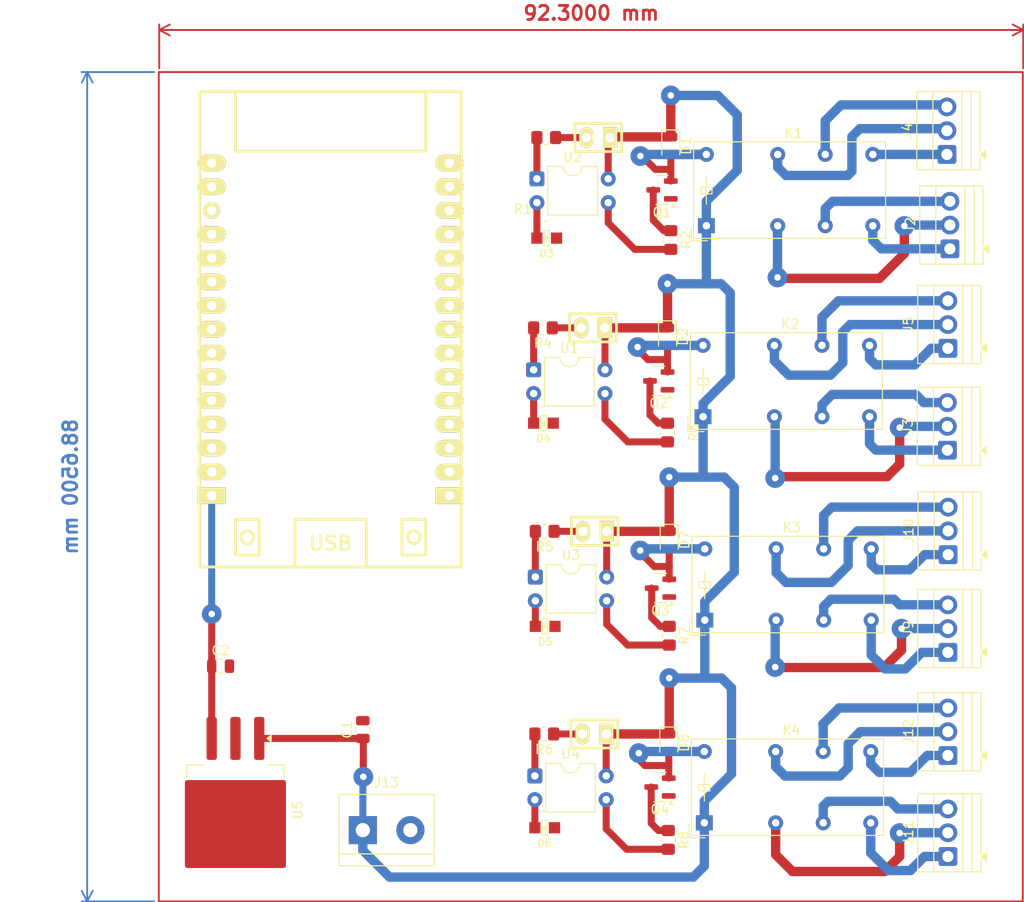
<source format=kicad_pcb>
(kicad_pcb (version 20241229) (generator "pcbnew") (generator_version "9.0")
  (layers (0 "F.Cu" signal) (2 "B.Cu" signal) (13 "F.Paste" user) (15 "B.Paste" user) (5 "F.SilkS" user "F.Silkscreen") (7 "B.SilkS" user "B.Silkscreen") (1 "F.Mask" user) (3 "B.Mask" user) (25 "Edge.Cuts" user))
  (net 0 "")
  (net 1 "+12V")
  (net 2 "Net-(D1-A)")
  (net 3 "Net-(D2-A)")
  (net 4 "Net-(D3-A)")
  (net 5 "Net-(D4-A)")
  (net 6 "+5V")
  (net 7 "J2-NC")
  (net 8 "J2-COM")
  (net 9 "J2-NO")
  (net 10 "J3-NO")
  (net 11 "J3-COM")
  (net 12 "J3-NC")
  (net 13 "J4-COM")
  (net 14 "J4-NO")
  (net 15 "J4-NC")
  (net 16 "J5-NO")
  (net 17 "J5-NC")
  (net 18 "J5-COM")
  (net 19 "GND")
  (net 20 "Net-(Q1-B)")
  (net 21 "Net-(Q2-B)")
  (net 22 "Net-(R1-Pad2)")
  (net 23 "Net-(R2-Pad2)")
  (net 24 "Net-(R3-Pad2)")
  (net 25 "Net-(R4-Pad2)")
  (net 26 "Net-(D5-A)")
  (net 27 "Net-(D6-A)")
  (net 28 "Net-(D7-A)")
  (net 29 "Net-(D8-A)")
  (net 30 "J9-NO")
  (net 31 "J9-COM")
  (net 32 "J9-NC")
  (net 33 "J10-COM")
  (net 34 "J10-NO")
  (net 35 "J10-NC")
  (net 36 "J11-NO")
  (net 37 "J11-NC")
  (net 38 "J11-COM")
  (net 39 "J12-COM")
  (net 40 "J12-NO")
  (net 41 "J12-NC")
  (net 42 "Net-(Q3-B)")
  (net 43 "Net-(Q4-B)")
  (net 44 "Net-(R5-Pad2)")
  (net 45 "Net-(R6-Pad2)")
  (net 46 "Net-(R7-Pad2)")
  (net 47 "Net-(R8-Pad2)")
  (net 48 "DatIN1")
  (net 68 "DatIN3")
  (net 69 "DatIN2")
  (net 70 "DatIN4")
  (footprint "Relay_THT:Relay_DPDT_Finder_30.22" (layer "F.Cu") (at 133.1325 124.4475)
    (property "Reference" "K4")
    (property "Value" "~")
  )
  (footprint "Diode_SMD:D_0805_2012Metric" (layer "F.Cu") (at 129.3825 94.23 -90)
    (property "Reference" "D7")
    (property "Value" "~")
  )
  (footprint "TerminalBlock:TerminalBlock_Xinya_XY308-2.54-3P_1x03_P2.54mm_Horizontal" (layer "F.Cu") (at 159.1825 95.785 90)
    (property "Reference" "J10")
    (property "Value" "~")
  )
  (footprint "Resistor_SMD:R_0805_2012Metric_Pad1.20x1.40mm_HandSolder" (layer "F.Cu") (at 116.0775 93.2925 180)
    (property "Reference" "R5")
    (property "Value" "1K")
  )
  (footprint "EESTN5:Jumper" (layer "F.Cu") (at 121.245 71.541667 180)
    (property "Reference" "J6" (hide yes))
    (property "Value" "~" (hide yes))
  )
  (footprint "TerminalBlock:TerminalBlock_Xinya_XY308-2.54-3P_1x03_P2.54mm_Horizontal" (layer "F.Cu") (at 159.15 73.73 90)
    (property "Reference" "J5")
    (property "Value" "~")
  )
  (footprint "Package_DIP:DIP-4_W7.62mm" (layer "F.Cu") (at 115.0775 98.174167)
    (property "Reference" "U3")
    (property "Value" "817C")
  )
  (footprint "Relay_THT:Relay_DPDT_Finder_30.22" (layer "F.Cu") (at 133 81.036667)
    (property "Reference" "K2")
    (property "Value" "~")
  )
  (footprint "EESTN5:Led_0805" (layer "F.Cu") (at 116.29402 61.95 180)
    (property "Reference" "D3")
    (property "Value" "~")
  )
  (footprint "Package_TO_SOT_SMD:SOT-23" (layer "F.Cu") (at 128.2625 77.211667 180)
    (property "Reference" "Q2")
    (property "Value" "~")
  )
  (footprint "TerminalBlock:TerminalBlock_Xinya_XY308-2.54-3P_1x03_P2.54mm_Horizontal" (layer "F.Cu") (at 159.05 53.005 90)
    (property "Reference" "J4")
    (property "Value" "~")
  )
  (footprint "Resistor_SMD:R_0805_2012Metric_Pad1.20x1.40mm_HandSolder" (layer "F.Cu") (at 115.895 71.541667 180)
    (property "Reference" "R4")
    (property "Value" "1K")
  )
  (footprint "TerminalBlock:TerminalBlock_Xinya_XY308-2.54-3P_1x03_P2.54mm_Horizontal" (layer "F.Cu") (at 159.1 84.61 90)
    (property "Reference" "J3")
    (property "Value" "~")
  )
  (footprint "EESTN5:Led_0805" (layer "F.Cu") (at 116.12652 103.449167 180)
    (property "Reference" "D5")
    (property "Value" "~")
  )
  (footprint "Package_TO_SOT_SMD:SOT-23" (layer "F.Cu") (at 128.445 99.361667 180)
    (property "Reference" "Q3")
    (property "Value" "~")
  )
  (footprint "TerminalBlock:TerminalBlock_Xinya_XY308-2.54-3P_1x03_P2.54mm_Horizontal" (layer "F.Cu") (at 159.3675 63.095 90)
    (property "Reference" "J2")
    (property "Value" "~")
  )
  (footprint "Diode_SMD:D_0805_2012Metric" (layer "F.Cu") (at 129.2 72.479167 -90)
    (property "Reference" "D2")
    (property "Value" "~")
  )
  (footprint "EESTN5:Jumper" (layer "F.Cu") (at 121.4275 93.2925 180)
    (property "Reference" "J7" (hide yes))
    (property "Value" "~" (hide yes))
  )
  (footprint "Resistor_SMD:R_0805_2012Metric_Pad1.20x1.40mm_HandSolder" (layer "F.Cu") (at 116.245 51.2 180)
    (property "Reference" "R1")
    (property "Value" "1K")
  )
  (footprint "Resistor_SMD:R_0805_2012Metric_Pad1.20x1.40mm_HandSolder" (layer "F.Cu") (at 129.2 82.73 -90)
    (property "Reference" "R3")
    (property "Value" "510")
  )
  (footprint "Resistor_SMD:R_0805_2012Metric_Pad1.20x1.40mm_HandSolder" (layer "F.Cu") (at 129.3825 104.449167 -90)
    (property "Reference" "R7")
    (property "Value" "510")
  )
  (footprint "Package_DIP:DIP-4_W7.62mm" (layer "F.Cu") (at 114.895 76.024167)
    (property "Reference" "U1")
    (property "Value" "817C")
  )
  (footprint "Relay_THT:Relay_DPDT_Finder_30.22" (layer "F.Cu") (at 133.1825 102.7875)
    (property "Reference" "K3")
    (property "Value" "~")
  )
  (footprint "Resistor_SMD:R_0805_2012Metric_Pad1.20x1.40mm_HandSolder" (layer "F.Cu") (at 116.0275 114.9525 180)
    (property "Reference" "R6")
    (property "Value" "1K")
  )
  (footprint "Package_TO_SOT_SMD:SOT-23" (layer "F.Cu") (at 128.395 120.6225 180)
    (property "Reference" "Q4")
    (property "Value" "~")
  )
  (footprint "EESTN5:Jumper" (layer "F.Cu") (at 121.3775 114.9525 180)
    (property "Reference" "J8" (hide yes))
    (property "Value" "~" (hide yes))
  )
  (footprint "Diode_SMD:D_0805_2012Metric" (layer "F.Cu") (at 129.3325 115.89 -90)
    (property "Reference" "D8")
    (property "Value" "~")
  )
  (footprint "Package_DIP:DIP-4_W7.62mm" (layer "F.Cu") (at 115.0275 119.435)
    (property "Reference" "U4")
    (property "Value" "817C")
  )
  (footprint "EESTN5:Led_0805" (layer "F.Cu") (at 116.07652 124.9775 180)
    (property "Reference" "D6")
    (property "Value" "~")
  )
  (footprint "Diode_SMD:D_0805_2012Metric" (layer "F.Cu") (at 129.55 52.0675 -90)
    (property "Reference" "D1")
    (property "Value" "~")
  )
  (footprint "Capacitor_SMD:C_0805_2012Metric" (layer "F.Cu") (at 81.45 107.705)
    (property "Reference" "C2")
    (property "Value" "0.1 uF")
  )
  (footprint "EESTN5:Jumper" (layer "F.Cu") (at 121.8 51.2 180)
    (property "Reference" "J1" (hide yes))
    (property "Value" "~" (hide yes))
  )
  (footprint "TerminalBlock:TerminalBlock_Xinya_XY308-2.54-3P_1x03_P2.54mm_Horizontal" (layer "F.Cu") (at 159.15 117.25 90)
    (property "Reference" "J12")
    (property "Value" "~")
  )
  (footprint "TerminalBlock:TerminalBlock_bornier-2_P5.08mm" (layer "F.Cu") (at 96.65 125.23)
    (property "Reference" "J13")
    (property "Value" "Screw_Terminal_01x02")
  )
  (footprint "Resistor_SMD:R_0805_2012Metric_Pad1.20x1.40mm_HandSolder" (layer "F.Cu") (at 129.55 62.15 -90)
    (property "Reference" "R2")
    (property "Value" "510")
  )
  (footprint "TerminalBlock:TerminalBlock_Xinya_XY308-2.54-3P_1x03_P2.54mm_Horizontal" (layer "F.Cu") (at 159.15 128.05 90)
    (property "Reference" "J11")
    (property "Value" "~")
  )
  (footprint "TerminalBlock:TerminalBlock_Xinya_XY308-2.54-3P_1x03_P2.54mm_Horizontal" (layer "F.Cu") (at 159.15 106.23 90)
    (property "Reference" "J9")
    (property "Value" "~")
  )
  (footprint "EESTN5:Led_0805" (layer "F.Cu") (at 115.94402 81.73 180)
    (property "Reference" "D4")
    (property "Value" "~")
  )
  (footprint "Resistor_SMD:R_0805_2012Metric_Pad1.20x1.40mm_HandSolder" (layer "F.Cu") (at 129.2825 126.2775 -90)
    (property "Reference" "R8")
    (property "Value" "510")
  )
  (footprint "Relay_THT:Relay_DPDT_Finder_30.22" (layer "F.Cu") (at 133.35 60.625)
    (property "Reference" "K1")
    (property "Value" "~")
  )
  (footprint "Package_TO_SOT_SMD:TO-263-3_TabPin2" (layer "F.Cu") (at 83.04 123.08 -90)
    (property "Reference" "U5")
    (property "Value" "L7805")
  )
  (footprint "Package_DIP:DIP-4_W7.62mm" (layer "F.Cu") (at 115.245 55.6125)
    (property "Reference" "U2")
    (property "Value" "817C")
  )
  (footprint "Package_TO_SOT_SMD:SOT-23" (layer "F.Cu") (at 128.6125 56.8 180)
    (property "Reference" "Q1")
    (property "Value" "~")
  )
  (footprint "EESTN5:ESP32-WROOM-32.30pines" (layer "F.Cu") (at 93.82 68.02 180)
    (property "Reference" "U7" (hide yes))
    (property "Value" "ESP32_DevKit_V1_CH9102X" (hide yes))
  )
  (footprint "Capacitor_SMD:C_0805_2012Metric" (layer "F.Cu") (at 96.65 114.48 90)
    (property "Reference" "C1")
    (property "Value" "0.33 uF")
  )
  (gr_rect (start 74.85 44.2) (end 167.15 132.85) (stroke (width 0.2)) (fill no) (layer "F.Cu") (net 15))
  (dimension (type orthogonal) (layer "F.Cu") (pts (xy 167.2 44.3) (xy 74.9 44.3)) (height -4.6) (orientation 0) (format (prefix "") (suffix "") (units 3) (units_format 1) (precision 4)) (style (thickness 0.2) (arrow_length 1.27) (text_position_mode 0) (arrow_direction outward) (extension_height 0.58642) (extension_offset 0.5) (keep_text_aligned yes)) (gr_text "92,3000 mm" (at 121.05 37.9 0) (layer "F.Cu") (effects (font (size 1.5 1.5) (thickness 0.3)))))
  (dimension (type orthogonal) (layer "B.Cu") (pts (xy 74.85 44.2) (xy 74.85 132.85)) (height -7.65) (orientation 1) (format (prefix "") (suffix "") (units 3) (units_format 1) (precision 4)) (style (thickness 0.2) (arrow_length 1.27) (text_position_mode 0) (arrow_direction outward) (extension_height 0.58642) (extension_offset 0.5) (keep_text_aligned yes)) (gr_text "88,6500 mm" (at 65.4 88.525 90) (layer "B.Cu") (effects (font (size 1.5 1.5) (thickness 0.3)) (justify mirror))))
  (segment (start 122.47 71.541667) (end 129.2 71.541667) (width 1) (layer "F.Cu") (net 1))
  (segment (start 122.6975 98.174167) (end 122.6975 93.2925) (width 0.75) (layer "F.Cu") (net 1))
  (segment (start 129.55 46.7) (end 129.55 51.13) (width 1) (layer "F.Cu") (net 1))
  (segment (start 96.7 115.48) (end 96.65 115.43) (width 0.75) (layer "F.Cu") (net 1))
  (segment (start 129.2 66.83) (end 129.2 71.541667) (width 1) (layer "F.Cu") (net 1))
  (segment (start 122.6475 119.435) (end 122.6475 114.9525) (width 0.75) (layer "F.Cu") (net 1))
  (segment (start 122.515 76.024167) (end 122.515 71.586667) (width 0.75) (layer "F.Cu") (net 1))
  (segment (start 129.3825 108.9775) (end 129.3825 114.9025) (width 1) (layer "F.Cu") (net 1))
  (segment (start 129.3825 93.2925) (end 122.6975 93.2925) (width 1) (layer "F.Cu") (net 1))
  (segment (start 96.65 115.43) (end 85.58 115.43) (width 0.75) (layer "F.Cu") (net 1))
  (segment (start 122.865 51.13) (end 129.55 51.13) (width 1) (layer "F.Cu") (net 1))
  (segment (start 129.3825 114.9025) (end 129.3325 114.9525) (width 0.75) (layer "F.Cu") (net 1))
  (segment (start 96.7 119.53) (end 96.7 115.48) (width 0.75) (layer "F.Cu") (net 1))
  (segment (start 122.865 55.6125) (end 122.865 51.13) (width 0.75) (layer "F.Cu") (net 1))
  (segment (start 129.3325 114.9525) (end 122.6475 114.9525) (width 1) (layer "F.Cu") (net 1))
  (segment (start 129.3825 87.499167) (end 129.3825 93.2925) (width 1) (layer "F.Cu") (net 1))
  (segment (start 122.515 71.586667) (end 122.47 71.541667) (width 0.75) (layer "F.Cu") (net 1))
  (via (at 96.7 119.53) (size 2.1) (drill 0.7) (layers "F.Cu" "B.Cu") (net 1))
  (via (at 129.2 66.83) (size 2.1) (drill 0.7) (layers "F.Cu" "B.Cu") (net 1))
  (via (at 129.3825 87.499167) (size 2.1) (drill 0.7) (layers "F.Cu" "B.Cu") (net 1))
  (via (at 129.55 46.7) (size 2.1) (drill 0.7) (layers "F.Cu" "B.Cu") (net 1))
  (via (at 129.3825 108.9775) (size 2.1) (drill 0.7) (layers "F.Cu" "B.Cu") (net 1))
  (segment (start 133 79.63) (end 135.9 76.73) (width 1) (layer "B.Cu") (net 1))
  (segment (start 96.65 127.4) (end 99.5 130.25) (width 1) (layer "B.Cu") (net 1))
  (segment (start 133.35 60.625) (end 133.35 66.78) (width 1) (layer "B.Cu") (net 1))
  (segment (start 96.65 119.58) (end 96.7 119.53) (width 0.75) (layer "B.Cu") (net 1))
  (segment (start 136.65 54.7) (end 136.65 48.775) (width 1) (layer "B.Cu") (net 1))
  (segment (start 134.93 66.83) (end 133.3 66.83) (width 1) (layer "B.Cu") (net 1))
  (segment (start 133.05 108.9775) (end 129.3825 108.9775) (width 1) (layer "B.Cu") (net 1))
  (segment (start 131.95 130.25) (end 133.1325 129.0675) (width 1) (layer "B.Cu") (net 1))
  (segment (start 133 81.036667) (end 133 87.299167) (width 1) (layer "B.Cu") (net 1))
  (segment (start 133.35 58) (end 136.65 54.7) (width 1) (layer "B.Cu") (net 1))
  (segment (start 133.1825 108.845) (end 133.05 108.9775) (width 1) (layer "B.Cu") (net 1))
  (segment (start 134.9775 108.9775) (end 133.05 108.9775) (width 1) (layer "B.Cu") (net 1))
  (segment (start 136.0325 110.0325) (end 134.9775 108.9775) (width 1) (layer "B.Cu") (net 1))
  (segment (start 133.2 87.499167) (end 129.3825 87.499167) (width 1) (layer "B.Cu") (net 1))
  (segment (start 133.1325 129.0675) (end 133.1325 124.4475) (width 1) (layer "B.Cu") (net 1))
  (segment (start 133.1325 124.4475) (end 133.1325 122.1275) (width 1) (layer "B.Cu") (net 1))
  (segment (start 135.249167 87.499167) (end 133.2 87.499167) (width 1) (layer "B.Cu") (net 1))
  (segment (start 135.9 76.73) (end 135.9 67.8) (width 1) (layer "B.Cu") (net 1))
  (segment (start 136.0325 119.2275) (end 136.0325 110.0325) (width 1) (layer "B.Cu") (net 1))
  (segment (start 134.575 46.7) (end 129.55 46.7) (width 1) (layer "B.Cu") (net 1))
  (segment (start 133.1325 122.1275) (end 136.0325 119.2275) (width 1) (layer "B.Cu") (net 1))
  (segment (start 133 87.299167) (end 133.2 87.499167) (width 1) (layer "B.Cu") (net 1))
  (segment (start 133.1825 100.799167) (end 136.3325 97.649167) (width 1) (layer "B.Cu") (net 1))
  (segment (start 96.65 125.23) (end 96.65 119.58) (width 0.75) (layer "B.Cu") (net 1))
  (segment (start 136.3325 97.649167) (end 136.3325 88.5825) (width 1) (layer "B.Cu") (net 1))
  (segment (start 136.65 48.775) (end 134.575 46.7) (width 1) (layer "B.Cu") (net 1))
  (segment (start 135.9 67.8) (end 134.93 66.83) (width 1) (layer "B.Cu") (net 1))
  (segment (start 96.65 125.23) (end 96.65 127.4) (width 1) (layer "B.Cu") (net 1))
  (segment (start 136.3325 88.5825) (end 135.249167 87.499167) (width 1) (layer "B.Cu") (net 1))
  (segment (start 133.1825 102.7875) (end 133.1825 108.845) (width 1) (layer "B.Cu") (net 1))
  (segment (start 133.1825 102.7875) (end 133.1825 100.799167) (width 1) (layer "B.Cu") (net 1))
  (segment (start 133 81.036667) (end 133 79.63) (width 1) (layer "B.Cu") (net 1))
  (segment (start 133.35 66.78) (end 133.3 66.83) (width 1) (layer "B.Cu") (net 1))
  (segment (start 133.35 60.625) (end 133.35 58) (width 1) (layer "B.Cu") (net 1))
  (segment (start 99.5 130.25) (end 131.95 130.25) (width 1) (layer "B.Cu") (net 1))
  (segment (start 133.3 66.83) (end 129.2 66.83) (width 1) (layer "B.Cu") (net 1))
  (segment (start 129.55 55.85) (end 129.55 54.6) (width 0.75) (layer "F.Cu") (net 2))
  (segment (start 126.3 53.18) (end 126.48 53.18) (width 0.75) (layer "F.Cu") (net 2))
  (segment (start 127.9 54.6) (end 129.55 54.6) (width 0.75) (layer "F.Cu") (net 2))
  (segment (start 126.48 53.18) (end 127.9 54.6) (width 0.75) (layer "F.Cu") (net 2))
  (segment (start 129.55 54.6) (end 129.55 53.005) (width 0.75) (layer "F.Cu") (net 2))
  (via (at 126.3 53.18) (size 2.1) (drill 0.7) (layers "F.Cu" "B.Cu") (net 2))
  (segment (start 128.155 53.005) (end 133.35 53.005) (width 1) (layer "B.Cu") (net 2))
  (segment (start 133.35 53.005) (end 126.475 53.005) (width 1) (layer "B.Cu") (net 2))
  (segment (start 126.475 53.005) (end 126.3 53.18) (width 0.75) (layer "B.Cu") (net 2))
  (segment (start 127.1 74.93) (end 129.2 74.93) (width 0.75) (layer "F.Cu") (net 3))
  (segment (start 129.2 74.93) (end 129.2 73.416667) (width 0.75) (layer "F.Cu") (net 3))
  (segment (start 126 73.83) (end 127.1 74.93) (width 0.75) (layer "F.Cu") (net 3))
  (segment (start 129.2 76.261667) (end 129.2 74.93) (width 0.75) (layer "F.Cu") (net 3))
  (segment (start 126 73.591667) (end 126 73.83) (width 0.75) (layer "F.Cu") (net 3))
  (via (at 126 73.591667) (size 2.1) (drill 0.7) (layers "F.Cu" "B.Cu") (net 3))
  (segment (start 133 73.416667) (end 126.175 73.416667) (width 1) (layer "B.Cu") (net 3))
  (segment (start 126.175 73.416667) (end 126 73.591667) (width 0.75) (layer "B.Cu") (net 3))
  (segment (start 115.245 58.1525) (end 115.245 61.95) (width 0.75) (layer "F.Cu") (net 4))
  (segment (start 114.895 81.73) (end 114.895 78.564167) (width 0.75) (layer "F.Cu") (net 5))
  (segment (start 80.5 107.705) (end 80.5 102.13) (width 0.75) (layer "F.Cu") (net 6))
  (segment (start 80.5 115.43) (end 80.5 107.705) (width 0.75) (layer "F.Cu") (net 6))
  (via (at 80.5 102.13) (size 2.1) (drill 0.7) (layers "F.Cu" "B.Cu") (net 6))
  (segment (start 80.5 102.13) (end 80.5 89.48) (width 0.75) (layer "B.Cu") (net 6))
  (segment (start 146.835 58.015) (end 146.05 58.8) (width 1) (layer "B.Cu") (net 7))
  (segment (start 146.05 58.8) (end 146.05 60.625) (width 1) (layer "B.Cu") (net 7))
  (segment (start 159.3675 58.015) (end 146.835 58.015) (width 1) (layer "B.Cu") (net 7))
  (segment (start 154.5 63.6) (end 151.85 66.25) (width 1) (layer "F.Cu") (net 8))
  (segment (start 154.5 60.65) (end 154.5 63.6) (width 1) (layer "F.Cu") (net 8))
  (segment (start 141.05 66.25) (end 140.95 66.15) (width 1) (layer "F.Cu") (net 8))
  (segment (start 151.85 66.25) (end 141.05 66.25) (width 1) (layer "F.Cu") (net 8))
  (via (at 140.95 66.15) (size 2.1) (drill 0.7) (layers "F.Cu" "B.Cu") (net 8))
  (via (at 154.5 60.65) (size 2.1) (drill 0.7) (layers "F.Cu" "B.Cu") (net 8))
  (segment (start 159.3675 60.555) (end 154.595 60.555) (width 1) (layer "B.Cu") (net 8))
  (segment (start 140.95 60.645) (end 140.97 60.625) (width 1) (layer "B.Cu") (net 8))
  (segment (start 140.95 66.15) (end 140.95 60.645) (width 1) (layer "B.Cu") (net 8))
  (segment (start 154.595 60.555) (end 154.5 60.65) (width 1) (layer "B.Cu") (net 8))
  (segment (start 159.3675 63.095) (end 152.045 63.095) (width 1) (layer "B.Cu") (net 9))
  (segment (start 151.13 62.18) (end 151.13 60.625) (width 1) (layer "B.Cu") (net 9))
  (segment (start 152.045 63.095) (end 151.13 62.18) (width 1) (layer "B.Cu") (net 9))
  (segment (start 150.78 83.93) (end 150.78 81.036667) (width 1) (layer "B.Cu") (net 10))
  (segment (start 159.1 84.61) (end 151.46 84.61) (width 1) (layer "B.Cu") (net 10))
  (segment (start 151.46 84.61) (end 150.78 83.93) (width 1) (layer "B.Cu") (net 10))
  (segment (start 154 86.1) (end 152.65 87.45) (width 1) (layer "F.Cu") (net 11))
  (segment (start 152.65 87.45) (end 140.85 87.45) (width 1) (layer "F.Cu") (net 11))
  (segment (start 140.85 87.45) (end 140.7 87.6) (width 1) (layer "F.Cu") (net 11))
  (segment (start 154 82.2) (end 154 86.1) (width 1) (layer "F.Cu") (net 11))
  (via (at 154 82.2) (size 2.1) (drill 0.7) (layers "F.Cu" "B.Cu") (net 11))
  (via (at 140.7 87.6) (size 2.1) (drill 0.7) (layers "F.Cu" "B.Cu") (net 11))
  (segment (start 140.7 87.6) (end 140.7 81.116667) (width 1) (layer "B.Cu") (net 11))
  (segment (start 140.7 81.116667) (end 140.62 81.036667) (width 1) (layer "B.Cu") (net 11))
  (segment (start 159.1 82.07) (end 154.13 82.07) (width 1) (layer "B.Cu") (net 11))
  (segment (start 140.8 81.216667) (end 140.62 81.036667) (width 1) (layer "B.Cu") (net 11))
  (segment (start 154.13 82.07) (end 154 82.2) (width 1) (layer "B.Cu") (net 11))
  (segment (start 159.1 79.53) (end 156.58 79.53) (width 1) (layer "B.Cu") (net 12))
  (segment (start 156.58 79.53) (end 155.7 78.65) (width 1) (layer "B.Cu") (net 12))
  (segment (start 155.7 78.65) (end 146.8 78.65) (width 1) (layer "B.Cu") (net 12))
  (segment (start 145.7 79.75) (end 145.7 81.036667) (width 1) (layer "B.Cu") (net 12))
  (segment (start 146.8 78.65) (end 145.7 79.75) (width 1) (layer "B.Cu") (net 12))
  (segment (start 141.85 55.25) (end 140.97 54.37) (width 1) (layer "B.Cu") (net 13))
  (segment (start 159.05 50.25) (end 149.75 50.25) (width 1) (layer "B.Cu") (net 13))
  (segment (start 149.75 50.25) (end 148.9 51.1) (width 1) (layer "B.Cu") (net 13))
  (segment (start 140.97 54.37) (end 140.97 53.005) (width 1) (layer "B.Cu") (net 13))
  (segment (start 148.9 51.1) (end 148.9 54.8) (width 1) (layer "B.Cu") (net 13))
  (segment (start 148.45 55.25) (end 141.85 55.25) (width 1) (layer "B.Cu") (net 13))
  (segment (start 148.9 54.8) (end 148.45 55.25) (width 1) (layer "B.Cu") (net 13))
  (segment (start 159.05 53.005) (end 151.13 53.005) (width 1) (layer "B.Cu") (net 14))
  (segment (start 159.05 47.71) (end 147.74 47.71) (width 1) (layer "B.Cu") (net 15))
  (segment (start 146.05 49.4) (end 146.05 53.005) (width 1) (layer "B.Cu") (net 15))
  (segment (start 147.74 47.71) (end 146.05 49.4) (width 1) (layer "B.Cu") (net 15))
  (segment (start 155.6 75.5) (end 151.45 75.5) (width 1) (layer "B.Cu") (net 16))
  (segment (start 151.45 75.5) (end 150.78 74.83) (width 1) (layer "B.Cu") (net 16))
  (segment (start 157.37 73.73) (end 155.6 75.5) (width 1) (layer "B.Cu") (net 16))
  (segment (start 150.78 74.83) (end 150.78 73.416667) (width 1) (layer "B.Cu") (net 16))
  (segment (start 159.15 73.73) (end 157.37 73.73) (width 1) (layer "B.Cu") (net 16))
  (segment (start 145.7 70.4) (end 145.7 73.416667) (width 1) (layer "B.Cu") (net 17))
  (segment (start 159.15 68.65) (end 147.45 68.65) (width 1) (layer "B.Cu") (net 17))
  (segment (start 147.45 68.65) (end 145.7 70.4) (width 1) (layer "B.Cu") (net 17))
  (segment (start 146.6 76.6) (end 142.15 76.6) (width 1) (layer "B.Cu") (net 18))
  (segment (start 147.925 75.275) (end 146.6 76.6) (width 1) (layer "B.Cu") (net 18))
  (segment (start 148.71 71.19) (end 147.925 71.975) (width 1) (layer "B.Cu") (net 18))
  (segment (start 141.6 76.1) (end 141.6 76.05) (width 1) (layer "B.Cu") (net 18))
  (segment (start 147.925 71.975) (end 147.925 75.275) (width 1) (layer "B.Cu") (net 18))
  (segment (start 147.925 71.975) (end 147.9 72) (width 1) (layer "B.Cu") (net 18))
  (segment (start 141.6 76.05) (end 140.62 75.07) (width 1) (layer "B.Cu") (net 18))
  (segment (start 140.62 75.07) (end 140.62 73.416667) (width 1) (layer "B.Cu") (net 18))
  (segment (start 142.15 76.6) (end 141.6 76.05) (width 1) (layer "B.Cu") (net 18))
  (segment (start 159.15 71.19) (end 148.71 71.19) (width 1) (layer "B.Cu") (net 18))
  (segment (start 128.8 61.15) (end 129.55 61.15) (width 0.75) (layer "F.Cu") (net 20))
  (segment (start 127.675 60.025) (end 128.8 61.15) (width 0.75) (layer "F.Cu") (net 20))
  (segment (start 127.675 56.8) (end 127.675 60.025) (width 0.75) (layer "F.Cu") (net 20))
  (segment (start 127.325 80.855) (end 128.2 81.73) (width 0.75) (layer "F.Cu") (net 21))
  (segment (start 127.325 77.211667) (end 127.325 80.855) (width 0.75) (layer "F.Cu") (net 21))
  (segment (start 128.2 81.73) (end 129.2 81.73) (width 0.75) (layer "F.Cu") (net 21))
  (segment (start 115.245 55.6125) (end 115.245 51.2) (width 0.75) (layer "F.Cu") (net 22))
  (segment (start 129.55 63.15) (end 125.7 63.15) (width 0.75) (layer "F.Cu") (net 23))
  (segment (start 125.7 63.15) (end 122.865 60.315) (width 0.75) (layer "F.Cu") (net 23))
  (segment (start 122.865 60.315) (end 122.865 58.1525) (width 0.75) (layer "F.Cu") (net 23))
  (segment (start 122.515 81.295) (end 122.515 78.564167) (width 0.75) (layer "F.Cu") (net 24))
  (segment (start 129.2 83.73) (end 124.95 83.73) (width 0.75) (layer "F.Cu") (net 24))
  (segment (start 124.95 83.73) (end 122.515 81.295) (width 0.75) (layer "F.Cu") (net 24))
  (segment (start 114.895 76.024167) (end 114.895 71.541667) (width 0.75) (layer "F.Cu") (net 25))
  (segment (start 115.0775 103.449167) (end 115.0775 100.714167) (width 0.75) (layer "F.Cu") (net 26))
  (segment (start 115.0275 124.9775) (end 115.0275 121.975) (width 0.75) (layer "F.Cu") (net 27))
  (segment (start 126.2825 95.3425) (end 126.2825 95.549167) (width 0.75) (layer "F.Cu") (net 28))
  (segment (start 129.3825 95.1675) (end 129.3825 97.049167) (width 0.75) (layer "F.Cu") (net 28))
  (segment (start 129.3825 97.049167) (end 129.3825 98.411667) (width 0.75) (layer "F.Cu") (net 28))
  (segment (start 126.2825 95.549167) (end 127.7825 97.049167) (width 0.75) (layer "F.Cu") (net 28))
  (segment (start 127.7825 97.049167) (end 129.3825 97.049167) (width 0.75) (layer "F.Cu") (net 28))
  (via (at 126.2825 95.3425) (size 2.1) (drill 0.7) (layers "F.Cu" "B.Cu") (net 28))
  (segment (start 133.1825 95.1675) (end 126.4575 95.1675) (width 1) (layer "B.Cu") (net 28))
  (segment (start 126.4575 95.1675) (end 126.2825 95.3425) (width 0.75) (layer "B.Cu") (net 28))
  (segment (start 129.2825 118.3275) (end 129.3325 118.2775) (width 0.75) (layer "F.Cu") (net 29))
  (segment (start 129.3325 118.2775) (end 129.3325 116.8275) (width 0.75) (layer "F.Cu") (net 29))
  (segment (start 126.1325 117.6775) (end 126.7825 118.3275) (width 0.75) (layer "F.Cu") (net 29))
  (segment (start 126.7825 118.3275) (end 129.2825 118.3275) (width 0.75) (layer "F.Cu") (net 29))
  (segment (start 126.1325 117.0025) (end 126.1325 117.6775) (width 0.75) (layer "F.Cu") (net 29))
  (segment (start 129.3325 119.6725) (end 129.3325 118.2775) (width 0.75) (layer "F.Cu") (net 29))
  (via (at 126.1325 117.0025) (size 2.1) (drill 0.7) (layers "F.Cu" "B.Cu") (net 29))
  (segment (start 126.3075 116.8275) (end 126.1325 117.0025) (width 0.75) (layer "B.Cu") (net 29))
  (segment (start 133.1325 116.8275) (end 126.3075 116.8275) (width 1) (layer "B.Cu") (net 29))
  (segment (start 152.45 108) (end 150.9625 106.5125) (width 1) (layer "B.Cu") (net 30))
  (segment (start 156.37 106.23) (end 154.6 108) (width 1) (layer "B.Cu") (net 30))
  (segment (start 150.9625 106.5125) (end 150.9625 102.7875) (width 1) (layer "B.Cu") (net 30))
  (segment (start 154.6 108) (end 152.45 108) (width 1) (layer "B.Cu") (net 30))
  (segment (start 159.15 106.23) (end 156.37 106.23) (width 1) (layer "B.Cu") (net 30))
  (segment (start 154.2 106) (end 152.35 107.85) (width 1) (layer "F.Cu") (net 31))
  (segment (start 152.35 107.85) (end 140.75 107.85) (width 1) (layer "F.Cu") (net 31))
  (segment (start 154.2 103.7) (end 154.2 106) (width 1) (layer "F.Cu") (net 31))
  (segment (start 140.75 107.85) (end 140.7 107.8) (width 1) (layer "F.Cu") (net 31))
  (via (at 154.2 103.7) (size 2.1) (drill 0.7) (layers "F.Cu" "B.Cu") (net 31))
  (via (at 140.7 107.8) (size 2.1) (drill 0.7) (layers "F.Cu" "B.Cu") (net 31))
  (segment (start 140.7 102.89) (end 140.8025 102.7875) (width 1) (layer "B.Cu") (net 31))
  (segment (start 154.21 103.69) (end 154.2 103.7) (width 1) (layer "B.Cu") (net 31))
  (segment (start 159.15 103.69) (end 154.21 103.69) (width 1) (layer "B.Cu") (net 31))
  (segment (start 140.7 107.8) (end 140.7 102.89) (width 1) (layer "B.Cu") (net 31))
  (segment (start 146.65 100.55) (end 145.8825 101.3175) (width 1) (layer "B.Cu") (net 32))
  (segment (start 145.8825 101.3175) (end 145.8825 102.7875) (width 1) (layer "B.Cu") (net 32))
  (segment (start 159.15 101.15) (end 154 101.15) (width 1) (layer "B.Cu") (net 32))
  (segment (start 154 101.15) (end 153.4 100.55) (width 1) (layer "B.Cu") (net 32))
  (segment (start 153.4 100.55) (end 146.65 100.55) (width 1) (layer "B.Cu") (net 32))
  (segment (start 140.8025 97.7025) (end 140.8025 95.1675) (width 1) (layer "B.Cu") (net 33))
  (segment (start 149.505 93.245) (end 148.5 94.25) (width 1) (layer "B.Cu") (net 33))
  (segment (start 146.7 98.75) (end 141.85 98.75) (width 1) (layer "B.Cu") (net 33))
  (segment (start 159.1825 93.245) (end 149.505 93.245) (width 1) (layer "B.Cu") (net 33))
  (segment (start 148.5 94.25) (end 148.5 96.95) (width 1) (layer "B.Cu") (net 33))
  (segment (start 148.5 96.95) (end 146.7 98.75) (width 1) (layer "B.Cu") (net 33))
  (segment (start 141.85 98.75) (end 140.8025 97.7025) (width 1) (layer "B.Cu") (net 33))
  (segment (start 156.665 95.785) (end 159.1825 95.785) (width 1) (layer "B.Cu") (net 34))
  (segment (start 151.55 97.4) (end 155.05 97.4) (width 1) (layer "B.Cu") (net 34))
  (segment (start 150.9625 96.8125) (end 151.55 97.4) (width 1) (layer "B.Cu") (net 34))
  (segment (start 150.9625 95.1675) (end 150.9625 96.8125) (width 1) (layer "B.Cu") (net 34))
  (segment (start 155.05 97.4) (end 156.665 95.785) (width 1) (layer "B.Cu") (net 34))
  (segment (start 146.745 90.705) (end 145.8825 91.5675) (width 1) (layer "B.Cu") (net 35))
  (segment (start 159.1825 90.705) (end 146.745 90.705) (width 1) (layer "B.Cu") (net 35))
  (segment (start 145.8825 91.5675) (end 145.8825 95.1675) (width 1) (layer "B.Cu") (net 35))
  (segment (start 156.65 128.05) (end 155.15 129.55) (width 1) (layer "B.Cu") (net 36))
  (segment (start 159.15 128.05) (end 156.65 128.05) (width 1) (layer "B.Cu") (net 36))
  (segment (start 150.9125 127.6625) (end 150.9125 124.4475) (width 1) (layer "B.Cu") (net 36))
  (segment (start 155.15 129.55) (end 152.8 129.55) (width 1) (layer "B.Cu") (net 36))
  (segment (start 152.8 129.55) (end 150.9125 127.6625) (width 1) (layer "B.Cu") (net 36))
  (segment (start 153 122.15) (end 146.35 122.15) (width 1) (layer "B.Cu") (net 37))
  (segment (start 146.35 122.15) (end 145.8325 122.6675) (width 1) (layer "B.Cu") (net 37))
  (segment (start 153.82 122.97) (end 153 122.15) (width 1) (layer "B.Cu") (net 37))
  (segment (start 159.15 122.97) (end 153.82 122.97) (width 1) (layer "B.Cu") (net 37))
  (segment (start 145.8325 122.6675) (end 145.8325 124.4475) (width 1) (layer "B.Cu") (net 37))
  (segment (start 142.55 129.65) (end 140.7525 127.8525) (width 1) (layer "F.Cu") (net 38))
  (segment (start 154 125.55) (end 154 128.05) (width 1) (layer "F.Cu") (net 38))
  (segment (start 154 128.05) (end 152.4 129.65) (width 1) (layer "F.Cu") (net 38))
  (segment (start 140.7525 127.8525) (end 140.7525 124.4475) (width 1) (layer "F.Cu") (net 38))
  (segment (start 152.4 129.65) (end 142.55 129.65) (width 1) (layer "F.Cu") (net 38))
  (via (at 154 125.55) (size 2.1) (drill 0.7) (layers "F.Cu" "B.Cu") (net 38))
  (segment (start 159.15 125.51) (end 154.04 125.51) (width 1) (layer "B.Cu") (net 38))
  (segment (start 154.04 125.51) (end 154 125.55) (width 1) (layer "B.Cu") (net 38))
  (segment (start 148.5 118.55) (end 147.6 119.45) (width 1) (layer "B.Cu") (net 39))
  (segment (start 149.79 114.71) (end 148.5 116) (width 1) (layer "B.Cu") (net 39))
  (segment (start 147.6 119.45) (end 141.75 119.45) (width 1) (layer "B.Cu") (net 39))
  (segment (start 159.15 114.71) (end 149.79 114.71) (width 1) (layer "B.Cu") (net 39))
  (segment (start 141.75 119.45) (end 140.7525 118.4525) (width 1) (layer "B.Cu") (net 39))
  (segment (start 140.7525 118.4525) (end 140.7525 116.8275) (width 1) (layer "B.Cu") (net 39))
  (segment (start 148.5 116) (end 148.5 118.55) (width 1) (layer "B.Cu") (net 39))
  (segment (start 150.9125 118.1625) (end 150.9125 116.8275) (width 1) (layer "B.Cu") (net 40))
  (segment (start 151.8 119.05) (end 150.9125 118.1625) (width 1) (layer "B.Cu") (net 40))
  (segment (start 156.95 117.25) (end 155.15 119.05) (width 1) (layer "B.Cu") (net 40))
  (segment (start 155.15 119.05) (end 151.8 119.05) (width 1) (layer "B.Cu") (net 40))
  (segment (start 159.15 117.25) (end 156.95 117.25) (width 1) (layer "B.Cu") (net 40))
  (segment (start 145.8 113.9) (end 145.8325 113.9325) (width 1) (layer "B.Cu") (net 41))
  (segment (start 147.53 112.17) (end 145.8 113.9) (width 1) (layer "B.Cu") (net 41))
  (segment (start 145.8325 113.9325) (end 145.8325 116.8275) (width 1) (layer "B.Cu") (net 41))
  (segment (start 159.15 112.17) (end 147.53 112.17) (width 1) (layer "B.Cu") (net 41))
  (segment (start 127.5075 102.524167) (end 127.5075 99.361667) (width 0.75) (layer "F.Cu") (net 42))
  (segment (start 128.4325 103.449167) (end 127.5075 102.524167) (width 0.75) (layer "F.Cu") (net 42))
  (segment (start 129.3825 103.449167) (end 128.4325 103.449167) (width 0.75) (layer "F.Cu") (net 42))
  (segment (start 127.4575 120.6225) (end 127.4575 124.5025) (width 0.75) (layer "F.Cu") (net 43))
  (segment (start 128.2325 125.2775) (end 129.2825 125.2775) (width 0.75) (layer "F.Cu") (net 43))
  (segment (start 127.4575 124.5025) (end 128.2325 125.2775) (width 0.75) (layer "F.Cu") (net 43))
  (segment (start 115.0775 98.174167) (end 115.0775 93.691667) (width 0.75) (layer "F.Cu") (net 44))
  (segment (start 115.0275 114.9525) (end 115.0275 119.435) (width 0.75) (layer "F.Cu") (net 45))
  (segment (start 129.3825 105.449167) (end 124.9325 105.449167) (width 0.75) (layer "F.Cu") (net 46))
  (segment (start 122.6975 103.214167) (end 122.6975 100.714167) (width 0.75) (layer "F.Cu") (net 46))
  (segment (start 124.9325 105.449167) (end 122.6975 103.214167) (width 0.75) (layer "F.Cu") (net 46))
  (segment (start 122.6475 125.0925) (end 122.6475 121.975) (width 0.75) (layer "F.Cu") (net 47))
  (segment (start 129.2825 127.2775) (end 124.8325 127.2775) (width 0.75) (layer "F.Cu") (net 47))
  (segment (start 124.8325 127.2775) (end 122.6475 125.0925) (width 0.75) (layer "F.Cu") (net 47))
  (segment (start 117.245 51.2) (end 120.53 51.2) (width 0.75) (layer "F.Cu") (net 48))
  (segment (start 120.1125 93.2475) (end 120.1575 93.2925) (width 0.75) (layer "F.Cu") (net 68))
  (segment (start 120.1575 93.2925) (end 117.0775 93.2925) (width 0.75) (layer "F.Cu") (net 68))
  (segment (start 119.975 71.496667) (end 119.93 71.541667) (width 0.75) (layer "F.Cu") (net 69))
  (segment (start 116.895 71.541667) (end 119.93 71.541667) (width 0.75) (layer "F.Cu") (net 69))
  (segment (start 120.1075 114.9525) (end 117.0275 114.9525) (width 0.75) (layer "F.Cu") (net 70))
)
</source>
